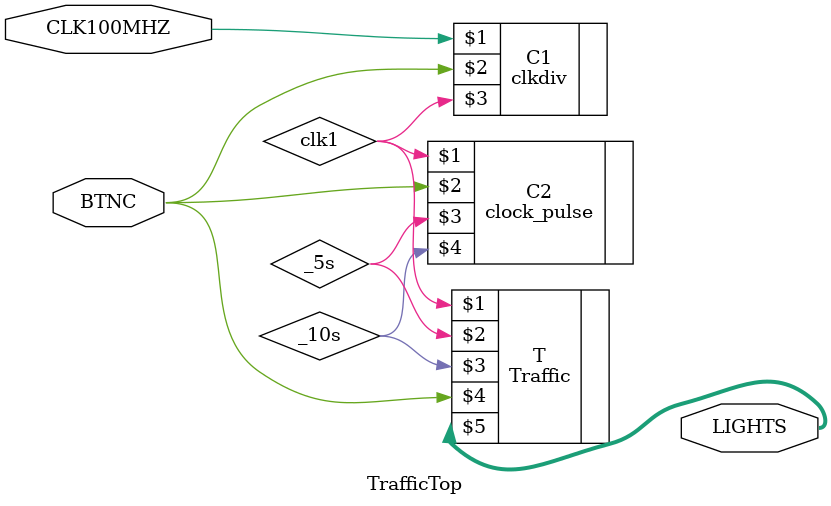
<source format=sv>
module TrafficTop(
    input logic CLK100MHZ,
    input logic BTNC,
    output logic [5:0] LIGHTS
    );
    logic _5s, _10s, clk1;
    clkdiv C1(CLK100MHZ, BTNC, clk1);
    clock_pulse C2(clk1, BTNC, _5s, _10s);
    Traffic T(clk1, _5s, _10s, BTNC, LIGHTS[5:0]);
endmodule

</source>
